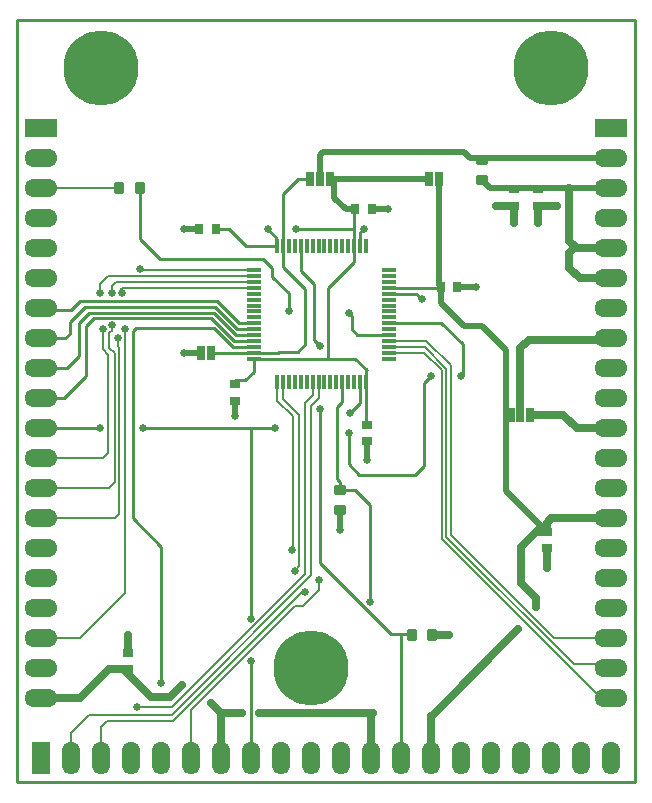
<source format=gtl>
G04 Layer_Physical_Order=1*
G04 Layer_Color=255*
%FSLAX25Y25*%
%MOIN*%
G70*
G01*
G75*
G04:AMPARAMS|DCode=10|XSize=39.37mil|YSize=35.43mil|CornerRadius=4.43mil|HoleSize=0mil|Usage=FLASHONLY|Rotation=270.000|XOffset=0mil|YOffset=0mil|HoleType=Round|Shape=RoundedRectangle|*
%AMROUNDEDRECTD10*
21,1,0.03937,0.02657,0,0,270.0*
21,1,0.03051,0.03543,0,0,270.0*
1,1,0.00886,-0.01329,-0.01526*
1,1,0.00886,-0.01329,0.01526*
1,1,0.00886,0.01329,0.01526*
1,1,0.00886,0.01329,-0.01526*
%
%ADD10ROUNDEDRECTD10*%
G04:AMPARAMS|DCode=11|XSize=39.37mil|YSize=35.43mil|CornerRadius=4.43mil|HoleSize=0mil|Usage=FLASHONLY|Rotation=0.000|XOffset=0mil|YOffset=0mil|HoleType=Round|Shape=RoundedRectangle|*
%AMROUNDEDRECTD11*
21,1,0.03937,0.02657,0,0,0.0*
21,1,0.03051,0.03543,0,0,0.0*
1,1,0.00886,0.01526,-0.01329*
1,1,0.00886,-0.01526,-0.01329*
1,1,0.00886,-0.01526,0.01329*
1,1,0.00886,0.01526,0.01329*
%
%ADD11ROUNDEDRECTD11*%
%ADD12R,0.03740X0.02953*%
%ADD13R,0.04724X0.01181*%
%ADD14R,0.01181X0.04724*%
%ADD15R,0.02953X0.03740*%
%ADD16R,0.02500X0.05000*%
%ADD17C,0.01000*%
%ADD18C,0.00800*%
%ADD19C,0.02000*%
%ADD20C,0.02500*%
%ADD21C,0.25000*%
%ADD22R,0.11000X0.06000*%
%ADD23O,0.11000X0.06000*%
%ADD24R,0.06000X0.11000*%
%ADD25O,0.06000X0.11000*%
%ADD26C,0.02500*%
D10*
X300654Y308000D02*
D03*
X307347D02*
D03*
X404846Y159000D02*
D03*
X398153D02*
D03*
D11*
X421500Y310653D02*
D03*
Y317347D02*
D03*
X374000Y200654D02*
D03*
Y207347D02*
D03*
D12*
X443000Y187988D02*
D03*
Y193500D02*
D03*
X339000Y237244D02*
D03*
Y242756D02*
D03*
X383000Y223744D02*
D03*
Y229256D02*
D03*
X440000Y302244D02*
D03*
Y307756D02*
D03*
X432000Y302244D02*
D03*
Y307756D02*
D03*
X303500Y153256D02*
D03*
Y147744D02*
D03*
D13*
X390638Y251236D02*
D03*
Y253205D02*
D03*
Y255173D02*
D03*
Y257142D02*
D03*
Y259110D02*
D03*
Y261079D02*
D03*
Y263047D02*
D03*
Y265016D02*
D03*
Y266984D02*
D03*
Y268953D02*
D03*
Y270921D02*
D03*
Y272890D02*
D03*
Y274858D02*
D03*
Y276827D02*
D03*
Y278795D02*
D03*
Y280764D02*
D03*
X345362D02*
D03*
Y278795D02*
D03*
Y276827D02*
D03*
Y274858D02*
D03*
Y272890D02*
D03*
Y270921D02*
D03*
Y268953D02*
D03*
Y266984D02*
D03*
Y265016D02*
D03*
Y263047D02*
D03*
Y261079D02*
D03*
Y259110D02*
D03*
Y257142D02*
D03*
Y255173D02*
D03*
Y253205D02*
D03*
Y251236D02*
D03*
D14*
X382764Y288638D02*
D03*
X380795D02*
D03*
X378827D02*
D03*
X376858D02*
D03*
X374890D02*
D03*
X372921D02*
D03*
X370953D02*
D03*
X368984D02*
D03*
X367016D02*
D03*
X365047D02*
D03*
X363079D02*
D03*
X361110D02*
D03*
X359142D02*
D03*
X357173D02*
D03*
X355205D02*
D03*
X353236D02*
D03*
Y243362D02*
D03*
X355205D02*
D03*
X357173D02*
D03*
X359142D02*
D03*
X361110D02*
D03*
X363079D02*
D03*
X365047D02*
D03*
X367016D02*
D03*
X368984D02*
D03*
X370953D02*
D03*
X372921D02*
D03*
X374890D02*
D03*
X376858D02*
D03*
X378827D02*
D03*
X380795D02*
D03*
X382764D02*
D03*
D15*
X413256Y275000D02*
D03*
X407744D02*
D03*
X384756Y301000D02*
D03*
X379244D02*
D03*
X327244Y294500D02*
D03*
X332756D02*
D03*
D16*
X407000Y311000D02*
D03*
X403757D02*
D03*
X364257D02*
D03*
X367500D02*
D03*
X370744D02*
D03*
X437500Y232500D02*
D03*
X434257D02*
D03*
X431012D02*
D03*
X331122Y253000D02*
D03*
X327878D02*
D03*
D17*
X332000Y266500D02*
X339390Y259110D01*
X290500Y266500D02*
X332000D01*
X287000Y263000D02*
X290500Y266500D01*
X332500Y268500D02*
X339921Y261079D01*
X289000Y268500D02*
X332500D01*
X284000Y263500D02*
X289000Y268500D01*
X333100Y270400D02*
X340453Y263047D01*
X287400Y270400D02*
X333100D01*
X284500Y267500D02*
X287400Y270400D01*
X292234Y264734D02*
X331266D01*
X289500Y262000D02*
X292234Y264734D01*
X331266D02*
X338858Y257142D01*
X338327Y255173D02*
X345362D01*
X340453Y263047D02*
X345362D01*
X339921Y261079D02*
X345362D01*
X339390Y259110D02*
X345362D01*
X338858Y257142D02*
X345362D01*
X384000Y170000D02*
Y202500D01*
X379000Y207500D02*
X384000Y202500D01*
X378847Y207347D02*
X379000Y207500D01*
X374000Y207347D02*
X378847D01*
X394500Y159500D02*
X397654D01*
X391000D02*
X394500D01*
Y118000D02*
Y159500D01*
X397654D02*
X398153Y159000D01*
X367500Y183000D02*
X391000Y159500D01*
X367500Y183000D02*
Y234500D01*
X390638Y272890D02*
X399610D01*
X390638Y274858D02*
X407602D01*
X374000Y207347D02*
Y210000D01*
X373000Y211000D02*
X374000Y210000D01*
X373000Y211000D02*
Y235000D01*
X374890Y236890D01*
Y243362D01*
X332000Y261500D02*
X338327Y255173D01*
X274500Y238000D02*
X282000D01*
X289500Y245500D01*
Y262000D01*
X274500Y248000D02*
X283000D01*
X287000Y252000D01*
Y263000D01*
X274500Y258000D02*
X282500D01*
X284000Y259500D01*
Y263500D01*
X274500Y268000D02*
X275000Y267500D01*
X284500D01*
X377500Y233000D02*
X380795Y236295D01*
Y243362D01*
X399610Y272890D02*
X401500Y271000D01*
X380795Y293295D02*
X382000Y294500D01*
X380795Y288638D02*
Y293295D01*
X350000Y294500D02*
X353236Y291264D01*
Y288638D02*
Y291264D01*
X382764Y229492D02*
Y243362D01*
Y247264D01*
X383000Y247500D01*
X379264Y251236D02*
X383000Y247500D01*
X407602Y274858D02*
X407744Y275000D01*
X378827Y300583D02*
X379244Y301000D01*
X355205Y288638D02*
Y306205D01*
X382764Y229492D02*
X383000Y229256D01*
X345362Y246862D02*
Y251236D01*
X342500Y244000D02*
X345362Y246862D01*
X342862Y288638D02*
X353236D01*
X337000Y294500D02*
X342862Y288638D01*
X332756Y294500D02*
X337000D01*
X331326Y253205D02*
X345362D01*
X331122Y253000D02*
X331326Y253205D01*
X345362D02*
X353500D01*
X359500Y294500D02*
X378827D01*
Y288638D02*
Y294500D01*
Y300583D01*
X370000Y251236D02*
Y274673D01*
X378827Y283500D01*
X345362Y251236D02*
X370000D01*
X379264D01*
X378827Y283500D02*
Y288638D01*
X361110Y280390D02*
Y288638D01*
X365500Y257500D02*
X367500Y255500D01*
X365500Y257500D02*
Y276000D01*
X361110Y280390D02*
X365500Y276000D01*
X355205Y281795D02*
X362500Y274500D01*
X355205Y281795D02*
Y288638D01*
X353500Y253205D02*
X353795Y253500D01*
X360000D01*
X362500Y256000D01*
Y274500D01*
X379890Y259110D02*
X390638D01*
X378000Y261000D02*
X379890Y259110D01*
X378000Y261000D02*
Y265500D01*
X377000Y266500D02*
X378000Y265500D01*
X314000Y284500D02*
X348500D01*
X307347Y291154D02*
X314000Y284500D01*
X307347Y291154D02*
Y308500D01*
X377000Y216000D02*
Y226500D01*
Y216000D02*
X380500Y212500D01*
X399000D01*
X402000Y215500D01*
Y243000D01*
X404500Y245500D01*
X390638Y263047D02*
X407953D01*
X415000Y256000D01*
Y246000D02*
Y256000D01*
X414500Y245500D02*
X415000Y246000D01*
X344500Y164500D02*
Y228000D01*
X308500D02*
X344500D01*
X352500D01*
X305000Y198000D02*
X314500Y188500D01*
Y143000D02*
Y188500D01*
X344500Y118000D02*
Y150500D01*
X355205Y306205D02*
X360000Y311000D01*
X364257D01*
X370744D02*
X372245D01*
X339000Y244000D02*
X342500D01*
X306000Y261500D02*
X332000D01*
X305000Y198000D02*
Y260500D01*
X306000Y261500D01*
X274500Y228000D02*
X294000D01*
X351500Y278500D02*
Y281500D01*
Y278500D02*
X357000Y273000D01*
X348500Y284500D02*
X351500Y281500D01*
X357000Y267000D02*
Y273000D01*
X266500Y110000D02*
X472500D01*
Y364000D01*
X266500D02*
X472500D01*
X266500Y110000D02*
Y364000D01*
D18*
X294000Y276000D02*
X296795Y278795D01*
X294000Y273100D02*
Y276000D01*
X297250Y254750D02*
Y260000D01*
X297500D01*
X298000Y260500D01*
X295000Y254500D02*
Y261000D01*
X461000Y138000D02*
X464500D01*
X408000Y191000D02*
Y247500D01*
X402295Y253205D02*
X408000Y247500D01*
X390638Y253205D02*
X402295D01*
X463000Y149500D02*
X464500Y148000D01*
X452000Y149500D02*
X463000D01*
X452000D02*
Y149520D01*
X409600Y191920D02*
Y247900D01*
X402327Y255173D02*
X409600Y247900D01*
X390638Y255173D02*
X402327D01*
X445500Y158000D02*
X464500D01*
X411000Y192500D02*
Y249000D01*
X402858Y257142D02*
X411000Y249000D01*
X390638Y257142D02*
X402858D01*
X274500Y308000D02*
X300153D01*
X300654Y308500D01*
X367016Y238016D02*
Y243362D01*
X364500Y235500D02*
X367016Y238016D01*
X365047Y239047D02*
Y243362D01*
X362500Y236500D02*
X365047Y239047D01*
X355205Y237795D02*
Y243362D01*
X353236Y237264D02*
Y243362D01*
Y237264D02*
X358500Y232000D01*
X284500Y126500D02*
X290500Y132500D01*
X284500Y118000D02*
Y126500D01*
X294500Y118000D02*
Y128500D01*
X355205Y237795D02*
X360500Y232500D01*
X359000Y180500D02*
X360500Y182000D01*
Y232500D01*
X358500Y187500D02*
Y232000D01*
X362500Y179318D02*
Y236500D01*
X364500Y179000D02*
Y235500D01*
X294500Y128500D02*
X296500Y130500D01*
X324500Y118000D02*
Y134000D01*
X359250Y168750D01*
X362500Y173500D02*
X363000D01*
X362250Y174250D02*
X363000Y173500D01*
X359250Y168750D02*
X361750D01*
X367000Y174000D01*
Y177500D01*
X296500Y130500D02*
X318500D01*
X362250Y174250D01*
X290500Y132500D02*
X318000D01*
X364500Y179000D01*
X306500Y135000D02*
X318182D01*
X362500Y179318D01*
X411000Y192500D02*
X445500Y158000D01*
X409600Y191920D02*
X452000Y149520D01*
X408000Y191000D02*
X461000Y138000D01*
X306764Y280764D02*
X307000Y281000D01*
X307500D01*
X345317Y278750D02*
X345362Y278795D01*
X306568Y278750D02*
X345317D01*
X306523Y278795D02*
X306568Y278750D01*
X296795Y278795D02*
X306523D01*
X298000Y273000D02*
Y275500D01*
X299327Y276827D01*
X345362D01*
X301358Y274858D02*
X345362D01*
X301000Y274500D02*
X301358Y274858D01*
X301000Y273500D02*
Y274500D01*
Y273500D02*
X301500Y273000D01*
X274500Y158000D02*
X287500D01*
X274500Y198000D02*
X299000D01*
X274500Y208000D02*
X297000D01*
X299000Y210000D01*
X274500Y218000D02*
X295000D01*
X287500Y158000D02*
X302500Y173000D01*
Y261000D01*
X306764Y280764D02*
X345362D01*
X299000Y210000D02*
Y253000D01*
X297250Y254750D02*
X299000Y253000D01*
X298000Y260500D02*
Y261884D01*
X297750Y262134D02*
X298000Y261884D01*
X300000Y255500D02*
Y258000D01*
X299000Y198000D02*
X300600Y199600D01*
Y254900D01*
X300000Y255500D02*
X300600Y254900D01*
X295000Y218000D02*
X296900Y219900D01*
Y252600D01*
X295000Y254500D02*
X296900Y252600D01*
D19*
X384756Y301000D02*
X390000D01*
X413256Y275000D02*
X419500D01*
X322000Y294500D02*
X327244D01*
X322000Y253000D02*
X327878D01*
X339000Y232000D02*
Y237244D01*
X374000Y194000D02*
Y200654D01*
X383000Y217500D02*
Y223744D01*
X368500Y320000D02*
X415500D01*
X417500Y318000D01*
X420847D01*
X421500Y317347D01*
X422154Y318000D02*
X464500D01*
X421500Y317347D02*
X422154Y318000D01*
X421500Y310653D02*
X424154Y308000D01*
X372245Y311000D02*
X403757D01*
X407000Y275744D02*
Y311000D01*
Y275744D02*
X407744Y275000D01*
X376000Y301000D02*
X379244D01*
X372245Y304755D02*
X376000Y301000D01*
X407744Y269756D02*
Y275000D01*
Y269756D02*
X415500Y262000D01*
X421500D01*
X429500Y254000D01*
Y207000D02*
X443000Y193500D01*
X429500Y207000D02*
Y254000D01*
X367500Y319000D02*
X368500Y320000D01*
X367500Y311000D02*
Y319000D01*
X372245Y304755D02*
Y311000D01*
X424154Y308000D02*
X450500D01*
X464500D01*
D20*
X444500Y198000D02*
X464500D01*
X443000Y196500D02*
X444500Y198000D01*
X443000Y193500D02*
Y196500D01*
X404500Y118000D02*
Y132000D01*
X384500Y118000D02*
Y132500D01*
X385000Y133000D01*
X404500Y132000D02*
X405000Y132500D01*
X433500Y161000D01*
X334500Y118000D02*
Y132000D01*
X274500Y138000D02*
X287500D01*
X295500Y146000D01*
X297244Y147744D02*
X301756D01*
X311000Y138500D01*
X317500D01*
X321500Y142500D01*
X334500Y132000D02*
X335500Y133000D01*
X341500D01*
X331000Y136500D02*
X334500Y133000D01*
X341500D01*
X347000D02*
X385000D01*
X404846Y159000D02*
X410500D01*
X443000Y181500D02*
Y187988D01*
X434257Y232500D02*
Y254757D01*
X437000Y257500D01*
X464000D01*
X464500Y258000D01*
X437500Y232500D02*
X448500D01*
X453000Y228000D01*
X464500D01*
X432000Y296500D02*
Y302244D01*
X440000Y296500D02*
Y302244D01*
X446256D01*
X446500Y302000D01*
X426244Y302244D02*
X432000D01*
X426000Y302000D02*
X426244Y302244D01*
X303500Y153756D02*
Y159000D01*
X439500Y168500D02*
Y171500D01*
X434500Y176500D02*
X439500Y171500D01*
X434500Y176500D02*
Y188500D01*
X440000Y194000D01*
X440500Y193500D01*
X443000D01*
X295500Y146000D02*
X297244Y147744D01*
X454000Y278000D02*
X464500D01*
X450500Y281500D02*
X454000Y278000D01*
X450500Y281500D02*
Y286500D01*
X452000Y288000D01*
X453000D02*
X464500D01*
X450500Y290500D02*
X453000Y288000D01*
X450500Y290500D02*
Y308000D01*
X452000Y288000D02*
X453000D01*
D21*
X364500Y148000D02*
D03*
X294500Y348000D02*
D03*
X444500D02*
D03*
D22*
X274500Y328000D02*
D03*
X464500D02*
D03*
D23*
X274500Y318000D02*
D03*
Y308000D02*
D03*
Y298000D02*
D03*
Y288000D02*
D03*
Y278000D02*
D03*
Y268000D02*
D03*
Y258000D02*
D03*
Y248000D02*
D03*
Y238000D02*
D03*
Y228000D02*
D03*
Y218000D02*
D03*
Y208000D02*
D03*
Y198000D02*
D03*
Y188000D02*
D03*
Y178000D02*
D03*
Y168000D02*
D03*
Y158000D02*
D03*
Y148000D02*
D03*
Y138000D02*
D03*
X464500Y318000D02*
D03*
Y308000D02*
D03*
Y298000D02*
D03*
Y288000D02*
D03*
Y278000D02*
D03*
Y268000D02*
D03*
Y258000D02*
D03*
Y248000D02*
D03*
Y238000D02*
D03*
Y228000D02*
D03*
Y218000D02*
D03*
Y208000D02*
D03*
Y198000D02*
D03*
Y188000D02*
D03*
Y178000D02*
D03*
Y168000D02*
D03*
Y158000D02*
D03*
Y148000D02*
D03*
Y138000D02*
D03*
D24*
X274500Y118000D02*
D03*
D25*
X284500D02*
D03*
X294500D02*
D03*
X304500D02*
D03*
X314500D02*
D03*
X324500D02*
D03*
X334500D02*
D03*
X344500D02*
D03*
X354500D02*
D03*
X364500D02*
D03*
X374500D02*
D03*
X384500D02*
D03*
X394500D02*
D03*
X404500D02*
D03*
X414500D02*
D03*
X424500D02*
D03*
X434500D02*
D03*
X444500D02*
D03*
X454500D02*
D03*
X464500D02*
D03*
D26*
X294000Y273100D02*
D03*
X295000Y261000D02*
D03*
X384000Y170000D02*
D03*
X367500Y234500D02*
D03*
Y255500D02*
D03*
X377500Y233000D02*
D03*
X401500Y271000D02*
D03*
X382000Y294500D02*
D03*
X359500D02*
D03*
X350000D02*
D03*
X390000Y301000D02*
D03*
X419500Y275000D02*
D03*
X322000Y294500D02*
D03*
Y253000D02*
D03*
X339000Y232000D02*
D03*
X374000Y194000D02*
D03*
X383000Y217500D02*
D03*
X377000Y266500D02*
D03*
X357000Y267000D02*
D03*
X308500Y228000D02*
D03*
X377000Y226500D02*
D03*
X404500Y245500D02*
D03*
X414500D02*
D03*
X352500Y228000D02*
D03*
X359000Y180500D02*
D03*
X367000Y177500D02*
D03*
X358000Y187500D02*
D03*
X306500Y135000D02*
D03*
X344500Y150500D02*
D03*
Y164500D02*
D03*
X362500Y173500D02*
D03*
X433500Y161000D02*
D03*
X385000Y133000D02*
D03*
X405000Y132500D02*
D03*
X314500Y143000D02*
D03*
X321500Y142500D02*
D03*
X331000Y136500D02*
D03*
X341500Y133000D02*
D03*
X347000D02*
D03*
X410500Y159000D02*
D03*
X443000Y181500D02*
D03*
X432000Y296500D02*
D03*
X440000D02*
D03*
X446500Y302000D02*
D03*
X426000D02*
D03*
X303500Y159000D02*
D03*
X439500Y168500D02*
D03*
X307500Y281000D02*
D03*
X298000Y273000D02*
D03*
X301500D02*
D03*
X300000Y258000D02*
D03*
X302500Y261000D02*
D03*
X298000Y262384D02*
D03*
X294000Y228000D02*
D03*
M02*

</source>
